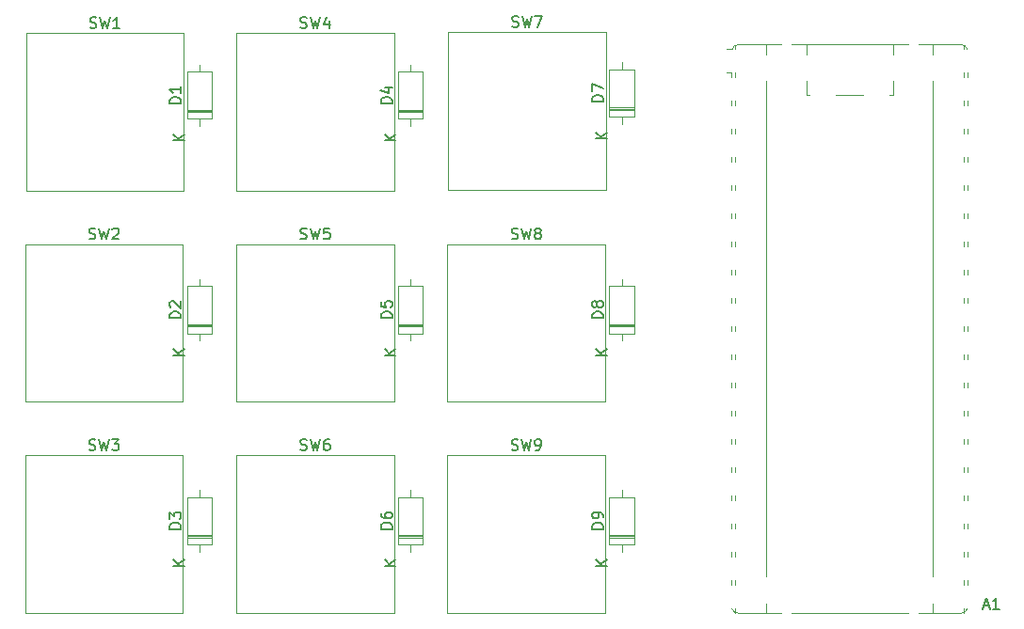
<source format=gbr>
%TF.GenerationSoftware,KiCad,Pcbnew,9.0.2*%
%TF.CreationDate,2025-05-16T17:45:02-05:00*%
%TF.ProjectId,main,6d61696e-2e6b-4696-9361-645f70636258,rev?*%
%TF.SameCoordinates,Original*%
%TF.FileFunction,Legend,Top*%
%TF.FilePolarity,Positive*%
%FSLAX46Y46*%
G04 Gerber Fmt 4.6, Leading zero omitted, Abs format (unit mm)*
G04 Created by KiCad (PCBNEW 9.0.2) date 2025-05-16 17:45:02*
%MOMM*%
%LPD*%
G01*
G04 APERTURE LIST*
%ADD10C,0.150000*%
%ADD11C,0.120000*%
G04 APERTURE END LIST*
D10*
X201036660Y-109471604D02*
X201512850Y-109471604D01*
X200941422Y-109757319D02*
X201274755Y-108757319D01*
X201274755Y-108757319D02*
X201608088Y-109757319D01*
X202465231Y-109757319D02*
X201893803Y-109757319D01*
X202179517Y-109757319D02*
X202179517Y-108757319D01*
X202179517Y-108757319D02*
X202084279Y-108900176D01*
X202084279Y-108900176D02*
X201989041Y-108995414D01*
X201989041Y-108995414D02*
X201893803Y-109043033D01*
X158586667Y-95407200D02*
X158729524Y-95454819D01*
X158729524Y-95454819D02*
X158967619Y-95454819D01*
X158967619Y-95454819D02*
X159062857Y-95407200D01*
X159062857Y-95407200D02*
X159110476Y-95359580D01*
X159110476Y-95359580D02*
X159158095Y-95264342D01*
X159158095Y-95264342D02*
X159158095Y-95169104D01*
X159158095Y-95169104D02*
X159110476Y-95073866D01*
X159110476Y-95073866D02*
X159062857Y-95026247D01*
X159062857Y-95026247D02*
X158967619Y-94978628D01*
X158967619Y-94978628D02*
X158777143Y-94931009D01*
X158777143Y-94931009D02*
X158681905Y-94883390D01*
X158681905Y-94883390D02*
X158634286Y-94835771D01*
X158634286Y-94835771D02*
X158586667Y-94740533D01*
X158586667Y-94740533D02*
X158586667Y-94645295D01*
X158586667Y-94645295D02*
X158634286Y-94550057D01*
X158634286Y-94550057D02*
X158681905Y-94502438D01*
X158681905Y-94502438D02*
X158777143Y-94454819D01*
X158777143Y-94454819D02*
X159015238Y-94454819D01*
X159015238Y-94454819D02*
X159158095Y-94502438D01*
X159491429Y-94454819D02*
X159729524Y-95454819D01*
X159729524Y-95454819D02*
X159920000Y-94740533D01*
X159920000Y-94740533D02*
X160110476Y-95454819D01*
X160110476Y-95454819D02*
X160348572Y-94454819D01*
X160777143Y-95454819D02*
X160967619Y-95454819D01*
X160967619Y-95454819D02*
X161062857Y-95407200D01*
X161062857Y-95407200D02*
X161110476Y-95359580D01*
X161110476Y-95359580D02*
X161205714Y-95216723D01*
X161205714Y-95216723D02*
X161253333Y-95026247D01*
X161253333Y-95026247D02*
X161253333Y-94645295D01*
X161253333Y-94645295D02*
X161205714Y-94550057D01*
X161205714Y-94550057D02*
X161158095Y-94502438D01*
X161158095Y-94502438D02*
X161062857Y-94454819D01*
X161062857Y-94454819D02*
X160872381Y-94454819D01*
X160872381Y-94454819D02*
X160777143Y-94502438D01*
X160777143Y-94502438D02*
X160729524Y-94550057D01*
X160729524Y-94550057D02*
X160681905Y-94645295D01*
X160681905Y-94645295D02*
X160681905Y-94883390D01*
X160681905Y-94883390D02*
X160729524Y-94978628D01*
X160729524Y-94978628D02*
X160777143Y-95026247D01*
X160777143Y-95026247D02*
X160872381Y-95073866D01*
X160872381Y-95073866D02*
X161062857Y-95073866D01*
X161062857Y-95073866D02*
X161158095Y-95026247D01*
X161158095Y-95026247D02*
X161205714Y-94978628D01*
X161205714Y-94978628D02*
X161253333Y-94883390D01*
X158586667Y-76407200D02*
X158729524Y-76454819D01*
X158729524Y-76454819D02*
X158967619Y-76454819D01*
X158967619Y-76454819D02*
X159062857Y-76407200D01*
X159062857Y-76407200D02*
X159110476Y-76359580D01*
X159110476Y-76359580D02*
X159158095Y-76264342D01*
X159158095Y-76264342D02*
X159158095Y-76169104D01*
X159158095Y-76169104D02*
X159110476Y-76073866D01*
X159110476Y-76073866D02*
X159062857Y-76026247D01*
X159062857Y-76026247D02*
X158967619Y-75978628D01*
X158967619Y-75978628D02*
X158777143Y-75931009D01*
X158777143Y-75931009D02*
X158681905Y-75883390D01*
X158681905Y-75883390D02*
X158634286Y-75835771D01*
X158634286Y-75835771D02*
X158586667Y-75740533D01*
X158586667Y-75740533D02*
X158586667Y-75645295D01*
X158586667Y-75645295D02*
X158634286Y-75550057D01*
X158634286Y-75550057D02*
X158681905Y-75502438D01*
X158681905Y-75502438D02*
X158777143Y-75454819D01*
X158777143Y-75454819D02*
X159015238Y-75454819D01*
X159015238Y-75454819D02*
X159158095Y-75502438D01*
X159491429Y-75454819D02*
X159729524Y-76454819D01*
X159729524Y-76454819D02*
X159920000Y-75740533D01*
X159920000Y-75740533D02*
X160110476Y-76454819D01*
X160110476Y-76454819D02*
X160348572Y-75454819D01*
X160872381Y-75883390D02*
X160777143Y-75835771D01*
X160777143Y-75835771D02*
X160729524Y-75788152D01*
X160729524Y-75788152D02*
X160681905Y-75692914D01*
X160681905Y-75692914D02*
X160681905Y-75645295D01*
X160681905Y-75645295D02*
X160729524Y-75550057D01*
X160729524Y-75550057D02*
X160777143Y-75502438D01*
X160777143Y-75502438D02*
X160872381Y-75454819D01*
X160872381Y-75454819D02*
X161062857Y-75454819D01*
X161062857Y-75454819D02*
X161158095Y-75502438D01*
X161158095Y-75502438D02*
X161205714Y-75550057D01*
X161205714Y-75550057D02*
X161253333Y-75645295D01*
X161253333Y-75645295D02*
X161253333Y-75692914D01*
X161253333Y-75692914D02*
X161205714Y-75788152D01*
X161205714Y-75788152D02*
X161158095Y-75835771D01*
X161158095Y-75835771D02*
X161062857Y-75883390D01*
X161062857Y-75883390D02*
X160872381Y-75883390D01*
X160872381Y-75883390D02*
X160777143Y-75931009D01*
X160777143Y-75931009D02*
X160729524Y-75978628D01*
X160729524Y-75978628D02*
X160681905Y-76073866D01*
X160681905Y-76073866D02*
X160681905Y-76264342D01*
X160681905Y-76264342D02*
X160729524Y-76359580D01*
X160729524Y-76359580D02*
X160777143Y-76407200D01*
X160777143Y-76407200D02*
X160872381Y-76454819D01*
X160872381Y-76454819D02*
X161062857Y-76454819D01*
X161062857Y-76454819D02*
X161158095Y-76407200D01*
X161158095Y-76407200D02*
X161205714Y-76359580D01*
X161205714Y-76359580D02*
X161253333Y-76264342D01*
X161253333Y-76264342D02*
X161253333Y-76073866D01*
X161253333Y-76073866D02*
X161205714Y-75978628D01*
X161205714Y-75978628D02*
X161158095Y-75931009D01*
X161158095Y-75931009D02*
X161062857Y-75883390D01*
X158626667Y-57307200D02*
X158769524Y-57354819D01*
X158769524Y-57354819D02*
X159007619Y-57354819D01*
X159007619Y-57354819D02*
X159102857Y-57307200D01*
X159102857Y-57307200D02*
X159150476Y-57259580D01*
X159150476Y-57259580D02*
X159198095Y-57164342D01*
X159198095Y-57164342D02*
X159198095Y-57069104D01*
X159198095Y-57069104D02*
X159150476Y-56973866D01*
X159150476Y-56973866D02*
X159102857Y-56926247D01*
X159102857Y-56926247D02*
X159007619Y-56878628D01*
X159007619Y-56878628D02*
X158817143Y-56831009D01*
X158817143Y-56831009D02*
X158721905Y-56783390D01*
X158721905Y-56783390D02*
X158674286Y-56735771D01*
X158674286Y-56735771D02*
X158626667Y-56640533D01*
X158626667Y-56640533D02*
X158626667Y-56545295D01*
X158626667Y-56545295D02*
X158674286Y-56450057D01*
X158674286Y-56450057D02*
X158721905Y-56402438D01*
X158721905Y-56402438D02*
X158817143Y-56354819D01*
X158817143Y-56354819D02*
X159055238Y-56354819D01*
X159055238Y-56354819D02*
X159198095Y-56402438D01*
X159531429Y-56354819D02*
X159769524Y-57354819D01*
X159769524Y-57354819D02*
X159960000Y-56640533D01*
X159960000Y-56640533D02*
X160150476Y-57354819D01*
X160150476Y-57354819D02*
X160388572Y-56354819D01*
X160674286Y-56354819D02*
X161340952Y-56354819D01*
X161340952Y-56354819D02*
X160912381Y-57354819D01*
X139586667Y-95407200D02*
X139729524Y-95454819D01*
X139729524Y-95454819D02*
X139967619Y-95454819D01*
X139967619Y-95454819D02*
X140062857Y-95407200D01*
X140062857Y-95407200D02*
X140110476Y-95359580D01*
X140110476Y-95359580D02*
X140158095Y-95264342D01*
X140158095Y-95264342D02*
X140158095Y-95169104D01*
X140158095Y-95169104D02*
X140110476Y-95073866D01*
X140110476Y-95073866D02*
X140062857Y-95026247D01*
X140062857Y-95026247D02*
X139967619Y-94978628D01*
X139967619Y-94978628D02*
X139777143Y-94931009D01*
X139777143Y-94931009D02*
X139681905Y-94883390D01*
X139681905Y-94883390D02*
X139634286Y-94835771D01*
X139634286Y-94835771D02*
X139586667Y-94740533D01*
X139586667Y-94740533D02*
X139586667Y-94645295D01*
X139586667Y-94645295D02*
X139634286Y-94550057D01*
X139634286Y-94550057D02*
X139681905Y-94502438D01*
X139681905Y-94502438D02*
X139777143Y-94454819D01*
X139777143Y-94454819D02*
X140015238Y-94454819D01*
X140015238Y-94454819D02*
X140158095Y-94502438D01*
X140491429Y-94454819D02*
X140729524Y-95454819D01*
X140729524Y-95454819D02*
X140920000Y-94740533D01*
X140920000Y-94740533D02*
X141110476Y-95454819D01*
X141110476Y-95454819D02*
X141348572Y-94454819D01*
X142158095Y-94454819D02*
X141967619Y-94454819D01*
X141967619Y-94454819D02*
X141872381Y-94502438D01*
X141872381Y-94502438D02*
X141824762Y-94550057D01*
X141824762Y-94550057D02*
X141729524Y-94692914D01*
X141729524Y-94692914D02*
X141681905Y-94883390D01*
X141681905Y-94883390D02*
X141681905Y-95264342D01*
X141681905Y-95264342D02*
X141729524Y-95359580D01*
X141729524Y-95359580D02*
X141777143Y-95407200D01*
X141777143Y-95407200D02*
X141872381Y-95454819D01*
X141872381Y-95454819D02*
X142062857Y-95454819D01*
X142062857Y-95454819D02*
X142158095Y-95407200D01*
X142158095Y-95407200D02*
X142205714Y-95359580D01*
X142205714Y-95359580D02*
X142253333Y-95264342D01*
X142253333Y-95264342D02*
X142253333Y-95026247D01*
X142253333Y-95026247D02*
X142205714Y-94931009D01*
X142205714Y-94931009D02*
X142158095Y-94883390D01*
X142158095Y-94883390D02*
X142062857Y-94835771D01*
X142062857Y-94835771D02*
X141872381Y-94835771D01*
X141872381Y-94835771D02*
X141777143Y-94883390D01*
X141777143Y-94883390D02*
X141729524Y-94931009D01*
X141729524Y-94931009D02*
X141681905Y-95026247D01*
X139586667Y-76407200D02*
X139729524Y-76454819D01*
X139729524Y-76454819D02*
X139967619Y-76454819D01*
X139967619Y-76454819D02*
X140062857Y-76407200D01*
X140062857Y-76407200D02*
X140110476Y-76359580D01*
X140110476Y-76359580D02*
X140158095Y-76264342D01*
X140158095Y-76264342D02*
X140158095Y-76169104D01*
X140158095Y-76169104D02*
X140110476Y-76073866D01*
X140110476Y-76073866D02*
X140062857Y-76026247D01*
X140062857Y-76026247D02*
X139967619Y-75978628D01*
X139967619Y-75978628D02*
X139777143Y-75931009D01*
X139777143Y-75931009D02*
X139681905Y-75883390D01*
X139681905Y-75883390D02*
X139634286Y-75835771D01*
X139634286Y-75835771D02*
X139586667Y-75740533D01*
X139586667Y-75740533D02*
X139586667Y-75645295D01*
X139586667Y-75645295D02*
X139634286Y-75550057D01*
X139634286Y-75550057D02*
X139681905Y-75502438D01*
X139681905Y-75502438D02*
X139777143Y-75454819D01*
X139777143Y-75454819D02*
X140015238Y-75454819D01*
X140015238Y-75454819D02*
X140158095Y-75502438D01*
X140491429Y-75454819D02*
X140729524Y-76454819D01*
X140729524Y-76454819D02*
X140920000Y-75740533D01*
X140920000Y-75740533D02*
X141110476Y-76454819D01*
X141110476Y-76454819D02*
X141348572Y-75454819D01*
X142205714Y-75454819D02*
X141729524Y-75454819D01*
X141729524Y-75454819D02*
X141681905Y-75931009D01*
X141681905Y-75931009D02*
X141729524Y-75883390D01*
X141729524Y-75883390D02*
X141824762Y-75835771D01*
X141824762Y-75835771D02*
X142062857Y-75835771D01*
X142062857Y-75835771D02*
X142158095Y-75883390D01*
X142158095Y-75883390D02*
X142205714Y-75931009D01*
X142205714Y-75931009D02*
X142253333Y-76026247D01*
X142253333Y-76026247D02*
X142253333Y-76264342D01*
X142253333Y-76264342D02*
X142205714Y-76359580D01*
X142205714Y-76359580D02*
X142158095Y-76407200D01*
X142158095Y-76407200D02*
X142062857Y-76454819D01*
X142062857Y-76454819D02*
X141824762Y-76454819D01*
X141824762Y-76454819D02*
X141729524Y-76407200D01*
X141729524Y-76407200D02*
X141681905Y-76359580D01*
X139586667Y-57407200D02*
X139729524Y-57454819D01*
X139729524Y-57454819D02*
X139967619Y-57454819D01*
X139967619Y-57454819D02*
X140062857Y-57407200D01*
X140062857Y-57407200D02*
X140110476Y-57359580D01*
X140110476Y-57359580D02*
X140158095Y-57264342D01*
X140158095Y-57264342D02*
X140158095Y-57169104D01*
X140158095Y-57169104D02*
X140110476Y-57073866D01*
X140110476Y-57073866D02*
X140062857Y-57026247D01*
X140062857Y-57026247D02*
X139967619Y-56978628D01*
X139967619Y-56978628D02*
X139777143Y-56931009D01*
X139777143Y-56931009D02*
X139681905Y-56883390D01*
X139681905Y-56883390D02*
X139634286Y-56835771D01*
X139634286Y-56835771D02*
X139586667Y-56740533D01*
X139586667Y-56740533D02*
X139586667Y-56645295D01*
X139586667Y-56645295D02*
X139634286Y-56550057D01*
X139634286Y-56550057D02*
X139681905Y-56502438D01*
X139681905Y-56502438D02*
X139777143Y-56454819D01*
X139777143Y-56454819D02*
X140015238Y-56454819D01*
X140015238Y-56454819D02*
X140158095Y-56502438D01*
X140491429Y-56454819D02*
X140729524Y-57454819D01*
X140729524Y-57454819D02*
X140920000Y-56740533D01*
X140920000Y-56740533D02*
X141110476Y-57454819D01*
X141110476Y-57454819D02*
X141348572Y-56454819D01*
X142158095Y-56788152D02*
X142158095Y-57454819D01*
X141920000Y-56407200D02*
X141681905Y-57121485D01*
X141681905Y-57121485D02*
X142300952Y-57121485D01*
X120586667Y-95407200D02*
X120729524Y-95454819D01*
X120729524Y-95454819D02*
X120967619Y-95454819D01*
X120967619Y-95454819D02*
X121062857Y-95407200D01*
X121062857Y-95407200D02*
X121110476Y-95359580D01*
X121110476Y-95359580D02*
X121158095Y-95264342D01*
X121158095Y-95264342D02*
X121158095Y-95169104D01*
X121158095Y-95169104D02*
X121110476Y-95073866D01*
X121110476Y-95073866D02*
X121062857Y-95026247D01*
X121062857Y-95026247D02*
X120967619Y-94978628D01*
X120967619Y-94978628D02*
X120777143Y-94931009D01*
X120777143Y-94931009D02*
X120681905Y-94883390D01*
X120681905Y-94883390D02*
X120634286Y-94835771D01*
X120634286Y-94835771D02*
X120586667Y-94740533D01*
X120586667Y-94740533D02*
X120586667Y-94645295D01*
X120586667Y-94645295D02*
X120634286Y-94550057D01*
X120634286Y-94550057D02*
X120681905Y-94502438D01*
X120681905Y-94502438D02*
X120777143Y-94454819D01*
X120777143Y-94454819D02*
X121015238Y-94454819D01*
X121015238Y-94454819D02*
X121158095Y-94502438D01*
X121491429Y-94454819D02*
X121729524Y-95454819D01*
X121729524Y-95454819D02*
X121920000Y-94740533D01*
X121920000Y-94740533D02*
X122110476Y-95454819D01*
X122110476Y-95454819D02*
X122348572Y-94454819D01*
X122634286Y-94454819D02*
X123253333Y-94454819D01*
X123253333Y-94454819D02*
X122920000Y-94835771D01*
X122920000Y-94835771D02*
X123062857Y-94835771D01*
X123062857Y-94835771D02*
X123158095Y-94883390D01*
X123158095Y-94883390D02*
X123205714Y-94931009D01*
X123205714Y-94931009D02*
X123253333Y-95026247D01*
X123253333Y-95026247D02*
X123253333Y-95264342D01*
X123253333Y-95264342D02*
X123205714Y-95359580D01*
X123205714Y-95359580D02*
X123158095Y-95407200D01*
X123158095Y-95407200D02*
X123062857Y-95454819D01*
X123062857Y-95454819D02*
X122777143Y-95454819D01*
X122777143Y-95454819D02*
X122681905Y-95407200D01*
X122681905Y-95407200D02*
X122634286Y-95359580D01*
X120586667Y-76407200D02*
X120729524Y-76454819D01*
X120729524Y-76454819D02*
X120967619Y-76454819D01*
X120967619Y-76454819D02*
X121062857Y-76407200D01*
X121062857Y-76407200D02*
X121110476Y-76359580D01*
X121110476Y-76359580D02*
X121158095Y-76264342D01*
X121158095Y-76264342D02*
X121158095Y-76169104D01*
X121158095Y-76169104D02*
X121110476Y-76073866D01*
X121110476Y-76073866D02*
X121062857Y-76026247D01*
X121062857Y-76026247D02*
X120967619Y-75978628D01*
X120967619Y-75978628D02*
X120777143Y-75931009D01*
X120777143Y-75931009D02*
X120681905Y-75883390D01*
X120681905Y-75883390D02*
X120634286Y-75835771D01*
X120634286Y-75835771D02*
X120586667Y-75740533D01*
X120586667Y-75740533D02*
X120586667Y-75645295D01*
X120586667Y-75645295D02*
X120634286Y-75550057D01*
X120634286Y-75550057D02*
X120681905Y-75502438D01*
X120681905Y-75502438D02*
X120777143Y-75454819D01*
X120777143Y-75454819D02*
X121015238Y-75454819D01*
X121015238Y-75454819D02*
X121158095Y-75502438D01*
X121491429Y-75454819D02*
X121729524Y-76454819D01*
X121729524Y-76454819D02*
X121920000Y-75740533D01*
X121920000Y-75740533D02*
X122110476Y-76454819D01*
X122110476Y-76454819D02*
X122348572Y-75454819D01*
X122681905Y-75550057D02*
X122729524Y-75502438D01*
X122729524Y-75502438D02*
X122824762Y-75454819D01*
X122824762Y-75454819D02*
X123062857Y-75454819D01*
X123062857Y-75454819D02*
X123158095Y-75502438D01*
X123158095Y-75502438D02*
X123205714Y-75550057D01*
X123205714Y-75550057D02*
X123253333Y-75645295D01*
X123253333Y-75645295D02*
X123253333Y-75740533D01*
X123253333Y-75740533D02*
X123205714Y-75883390D01*
X123205714Y-75883390D02*
X122634286Y-76454819D01*
X122634286Y-76454819D02*
X123253333Y-76454819D01*
X120666667Y-57407200D02*
X120809524Y-57454819D01*
X120809524Y-57454819D02*
X121047619Y-57454819D01*
X121047619Y-57454819D02*
X121142857Y-57407200D01*
X121142857Y-57407200D02*
X121190476Y-57359580D01*
X121190476Y-57359580D02*
X121238095Y-57264342D01*
X121238095Y-57264342D02*
X121238095Y-57169104D01*
X121238095Y-57169104D02*
X121190476Y-57073866D01*
X121190476Y-57073866D02*
X121142857Y-57026247D01*
X121142857Y-57026247D02*
X121047619Y-56978628D01*
X121047619Y-56978628D02*
X120857143Y-56931009D01*
X120857143Y-56931009D02*
X120761905Y-56883390D01*
X120761905Y-56883390D02*
X120714286Y-56835771D01*
X120714286Y-56835771D02*
X120666667Y-56740533D01*
X120666667Y-56740533D02*
X120666667Y-56645295D01*
X120666667Y-56645295D02*
X120714286Y-56550057D01*
X120714286Y-56550057D02*
X120761905Y-56502438D01*
X120761905Y-56502438D02*
X120857143Y-56454819D01*
X120857143Y-56454819D02*
X121095238Y-56454819D01*
X121095238Y-56454819D02*
X121238095Y-56502438D01*
X121571429Y-56454819D02*
X121809524Y-57454819D01*
X121809524Y-57454819D02*
X122000000Y-56740533D01*
X122000000Y-56740533D02*
X122190476Y-57454819D01*
X122190476Y-57454819D02*
X122428572Y-56454819D01*
X123333333Y-57454819D02*
X122761905Y-57454819D01*
X123047619Y-57454819D02*
X123047619Y-56454819D01*
X123047619Y-56454819D02*
X122952381Y-56597676D01*
X122952381Y-56597676D02*
X122857143Y-56692914D01*
X122857143Y-56692914D02*
X122761905Y-56740533D01*
X166834819Y-64048094D02*
X165834819Y-64048094D01*
X165834819Y-64048094D02*
X165834819Y-63809999D01*
X165834819Y-63809999D02*
X165882438Y-63667142D01*
X165882438Y-63667142D02*
X165977676Y-63571904D01*
X165977676Y-63571904D02*
X166072914Y-63524285D01*
X166072914Y-63524285D02*
X166263390Y-63476666D01*
X166263390Y-63476666D02*
X166406247Y-63476666D01*
X166406247Y-63476666D02*
X166596723Y-63524285D01*
X166596723Y-63524285D02*
X166691961Y-63571904D01*
X166691961Y-63571904D02*
X166787200Y-63667142D01*
X166787200Y-63667142D02*
X166834819Y-63809999D01*
X166834819Y-63809999D02*
X166834819Y-64048094D01*
X165834819Y-63143332D02*
X165834819Y-62476666D01*
X165834819Y-62476666D02*
X166834819Y-62905237D01*
X167154819Y-67381904D02*
X166154819Y-67381904D01*
X167154819Y-66810476D02*
X166583390Y-67239047D01*
X166154819Y-66810476D02*
X166726247Y-67381904D01*
X147834819Y-64238094D02*
X146834819Y-64238094D01*
X146834819Y-64238094D02*
X146834819Y-63999999D01*
X146834819Y-63999999D02*
X146882438Y-63857142D01*
X146882438Y-63857142D02*
X146977676Y-63761904D01*
X146977676Y-63761904D02*
X147072914Y-63714285D01*
X147072914Y-63714285D02*
X147263390Y-63666666D01*
X147263390Y-63666666D02*
X147406247Y-63666666D01*
X147406247Y-63666666D02*
X147596723Y-63714285D01*
X147596723Y-63714285D02*
X147691961Y-63761904D01*
X147691961Y-63761904D02*
X147787200Y-63857142D01*
X147787200Y-63857142D02*
X147834819Y-63999999D01*
X147834819Y-63999999D02*
X147834819Y-64238094D01*
X147168152Y-62809523D02*
X147834819Y-62809523D01*
X146787200Y-63047618D02*
X147501485Y-63285713D01*
X147501485Y-63285713D02*
X147501485Y-62666666D01*
X148154819Y-67571904D02*
X147154819Y-67571904D01*
X148154819Y-67000476D02*
X147583390Y-67429047D01*
X147154819Y-67000476D02*
X147726247Y-67571904D01*
X128834819Y-64238094D02*
X127834819Y-64238094D01*
X127834819Y-64238094D02*
X127834819Y-63999999D01*
X127834819Y-63999999D02*
X127882438Y-63857142D01*
X127882438Y-63857142D02*
X127977676Y-63761904D01*
X127977676Y-63761904D02*
X128072914Y-63714285D01*
X128072914Y-63714285D02*
X128263390Y-63666666D01*
X128263390Y-63666666D02*
X128406247Y-63666666D01*
X128406247Y-63666666D02*
X128596723Y-63714285D01*
X128596723Y-63714285D02*
X128691961Y-63761904D01*
X128691961Y-63761904D02*
X128787200Y-63857142D01*
X128787200Y-63857142D02*
X128834819Y-63999999D01*
X128834819Y-63999999D02*
X128834819Y-64238094D01*
X128834819Y-62714285D02*
X128834819Y-63285713D01*
X128834819Y-62999999D02*
X127834819Y-62999999D01*
X127834819Y-62999999D02*
X127977676Y-63095237D01*
X127977676Y-63095237D02*
X128072914Y-63190475D01*
X128072914Y-63190475D02*
X128120533Y-63285713D01*
X129154819Y-67571904D02*
X128154819Y-67571904D01*
X129154819Y-67000476D02*
X128583390Y-67429047D01*
X128154819Y-67000476D02*
X128726247Y-67571904D01*
X128834819Y-83548094D02*
X127834819Y-83548094D01*
X127834819Y-83548094D02*
X127834819Y-83309999D01*
X127834819Y-83309999D02*
X127882438Y-83167142D01*
X127882438Y-83167142D02*
X127977676Y-83071904D01*
X127977676Y-83071904D02*
X128072914Y-83024285D01*
X128072914Y-83024285D02*
X128263390Y-82976666D01*
X128263390Y-82976666D02*
X128406247Y-82976666D01*
X128406247Y-82976666D02*
X128596723Y-83024285D01*
X128596723Y-83024285D02*
X128691961Y-83071904D01*
X128691961Y-83071904D02*
X128787200Y-83167142D01*
X128787200Y-83167142D02*
X128834819Y-83309999D01*
X128834819Y-83309999D02*
X128834819Y-83548094D01*
X127930057Y-82595713D02*
X127882438Y-82548094D01*
X127882438Y-82548094D02*
X127834819Y-82452856D01*
X127834819Y-82452856D02*
X127834819Y-82214761D01*
X127834819Y-82214761D02*
X127882438Y-82119523D01*
X127882438Y-82119523D02*
X127930057Y-82071904D01*
X127930057Y-82071904D02*
X128025295Y-82024285D01*
X128025295Y-82024285D02*
X128120533Y-82024285D01*
X128120533Y-82024285D02*
X128263390Y-82071904D01*
X128263390Y-82071904D02*
X128834819Y-82643332D01*
X128834819Y-82643332D02*
X128834819Y-82024285D01*
X129154819Y-86881904D02*
X128154819Y-86881904D01*
X129154819Y-86310476D02*
X128583390Y-86739047D01*
X128154819Y-86310476D02*
X128726247Y-86881904D01*
X147834819Y-83548094D02*
X146834819Y-83548094D01*
X146834819Y-83548094D02*
X146834819Y-83309999D01*
X146834819Y-83309999D02*
X146882438Y-83167142D01*
X146882438Y-83167142D02*
X146977676Y-83071904D01*
X146977676Y-83071904D02*
X147072914Y-83024285D01*
X147072914Y-83024285D02*
X147263390Y-82976666D01*
X147263390Y-82976666D02*
X147406247Y-82976666D01*
X147406247Y-82976666D02*
X147596723Y-83024285D01*
X147596723Y-83024285D02*
X147691961Y-83071904D01*
X147691961Y-83071904D02*
X147787200Y-83167142D01*
X147787200Y-83167142D02*
X147834819Y-83309999D01*
X147834819Y-83309999D02*
X147834819Y-83548094D01*
X146834819Y-82071904D02*
X146834819Y-82548094D01*
X146834819Y-82548094D02*
X147311009Y-82595713D01*
X147311009Y-82595713D02*
X147263390Y-82548094D01*
X147263390Y-82548094D02*
X147215771Y-82452856D01*
X147215771Y-82452856D02*
X147215771Y-82214761D01*
X147215771Y-82214761D02*
X147263390Y-82119523D01*
X147263390Y-82119523D02*
X147311009Y-82071904D01*
X147311009Y-82071904D02*
X147406247Y-82024285D01*
X147406247Y-82024285D02*
X147644342Y-82024285D01*
X147644342Y-82024285D02*
X147739580Y-82071904D01*
X147739580Y-82071904D02*
X147787200Y-82119523D01*
X147787200Y-82119523D02*
X147834819Y-82214761D01*
X147834819Y-82214761D02*
X147834819Y-82452856D01*
X147834819Y-82452856D02*
X147787200Y-82548094D01*
X147787200Y-82548094D02*
X147739580Y-82595713D01*
X148154819Y-86881904D02*
X147154819Y-86881904D01*
X148154819Y-86310476D02*
X147583390Y-86739047D01*
X147154819Y-86310476D02*
X147726247Y-86881904D01*
X166834819Y-102548094D02*
X165834819Y-102548094D01*
X165834819Y-102548094D02*
X165834819Y-102309999D01*
X165834819Y-102309999D02*
X165882438Y-102167142D01*
X165882438Y-102167142D02*
X165977676Y-102071904D01*
X165977676Y-102071904D02*
X166072914Y-102024285D01*
X166072914Y-102024285D02*
X166263390Y-101976666D01*
X166263390Y-101976666D02*
X166406247Y-101976666D01*
X166406247Y-101976666D02*
X166596723Y-102024285D01*
X166596723Y-102024285D02*
X166691961Y-102071904D01*
X166691961Y-102071904D02*
X166787200Y-102167142D01*
X166787200Y-102167142D02*
X166834819Y-102309999D01*
X166834819Y-102309999D02*
X166834819Y-102548094D01*
X166834819Y-101500475D02*
X166834819Y-101309999D01*
X166834819Y-101309999D02*
X166787200Y-101214761D01*
X166787200Y-101214761D02*
X166739580Y-101167142D01*
X166739580Y-101167142D02*
X166596723Y-101071904D01*
X166596723Y-101071904D02*
X166406247Y-101024285D01*
X166406247Y-101024285D02*
X166025295Y-101024285D01*
X166025295Y-101024285D02*
X165930057Y-101071904D01*
X165930057Y-101071904D02*
X165882438Y-101119523D01*
X165882438Y-101119523D02*
X165834819Y-101214761D01*
X165834819Y-101214761D02*
X165834819Y-101405237D01*
X165834819Y-101405237D02*
X165882438Y-101500475D01*
X165882438Y-101500475D02*
X165930057Y-101548094D01*
X165930057Y-101548094D02*
X166025295Y-101595713D01*
X166025295Y-101595713D02*
X166263390Y-101595713D01*
X166263390Y-101595713D02*
X166358628Y-101548094D01*
X166358628Y-101548094D02*
X166406247Y-101500475D01*
X166406247Y-101500475D02*
X166453866Y-101405237D01*
X166453866Y-101405237D02*
X166453866Y-101214761D01*
X166453866Y-101214761D02*
X166406247Y-101119523D01*
X166406247Y-101119523D02*
X166358628Y-101071904D01*
X166358628Y-101071904D02*
X166263390Y-101024285D01*
X167154819Y-105881904D02*
X166154819Y-105881904D01*
X167154819Y-105310476D02*
X166583390Y-105739047D01*
X166154819Y-105310476D02*
X166726247Y-105881904D01*
X128834819Y-102548094D02*
X127834819Y-102548094D01*
X127834819Y-102548094D02*
X127834819Y-102309999D01*
X127834819Y-102309999D02*
X127882438Y-102167142D01*
X127882438Y-102167142D02*
X127977676Y-102071904D01*
X127977676Y-102071904D02*
X128072914Y-102024285D01*
X128072914Y-102024285D02*
X128263390Y-101976666D01*
X128263390Y-101976666D02*
X128406247Y-101976666D01*
X128406247Y-101976666D02*
X128596723Y-102024285D01*
X128596723Y-102024285D02*
X128691961Y-102071904D01*
X128691961Y-102071904D02*
X128787200Y-102167142D01*
X128787200Y-102167142D02*
X128834819Y-102309999D01*
X128834819Y-102309999D02*
X128834819Y-102548094D01*
X127834819Y-101643332D02*
X127834819Y-101024285D01*
X127834819Y-101024285D02*
X128215771Y-101357618D01*
X128215771Y-101357618D02*
X128215771Y-101214761D01*
X128215771Y-101214761D02*
X128263390Y-101119523D01*
X128263390Y-101119523D02*
X128311009Y-101071904D01*
X128311009Y-101071904D02*
X128406247Y-101024285D01*
X128406247Y-101024285D02*
X128644342Y-101024285D01*
X128644342Y-101024285D02*
X128739580Y-101071904D01*
X128739580Y-101071904D02*
X128787200Y-101119523D01*
X128787200Y-101119523D02*
X128834819Y-101214761D01*
X128834819Y-101214761D02*
X128834819Y-101500475D01*
X128834819Y-101500475D02*
X128787200Y-101595713D01*
X128787200Y-101595713D02*
X128739580Y-101643332D01*
X129154819Y-105881904D02*
X128154819Y-105881904D01*
X129154819Y-105310476D02*
X128583390Y-105739047D01*
X128154819Y-105310476D02*
X128726247Y-105881904D01*
X147834819Y-102548094D02*
X146834819Y-102548094D01*
X146834819Y-102548094D02*
X146834819Y-102309999D01*
X146834819Y-102309999D02*
X146882438Y-102167142D01*
X146882438Y-102167142D02*
X146977676Y-102071904D01*
X146977676Y-102071904D02*
X147072914Y-102024285D01*
X147072914Y-102024285D02*
X147263390Y-101976666D01*
X147263390Y-101976666D02*
X147406247Y-101976666D01*
X147406247Y-101976666D02*
X147596723Y-102024285D01*
X147596723Y-102024285D02*
X147691961Y-102071904D01*
X147691961Y-102071904D02*
X147787200Y-102167142D01*
X147787200Y-102167142D02*
X147834819Y-102309999D01*
X147834819Y-102309999D02*
X147834819Y-102548094D01*
X146834819Y-101119523D02*
X146834819Y-101309999D01*
X146834819Y-101309999D02*
X146882438Y-101405237D01*
X146882438Y-101405237D02*
X146930057Y-101452856D01*
X146930057Y-101452856D02*
X147072914Y-101548094D01*
X147072914Y-101548094D02*
X147263390Y-101595713D01*
X147263390Y-101595713D02*
X147644342Y-101595713D01*
X147644342Y-101595713D02*
X147739580Y-101548094D01*
X147739580Y-101548094D02*
X147787200Y-101500475D01*
X147787200Y-101500475D02*
X147834819Y-101405237D01*
X147834819Y-101405237D02*
X147834819Y-101214761D01*
X147834819Y-101214761D02*
X147787200Y-101119523D01*
X147787200Y-101119523D02*
X147739580Y-101071904D01*
X147739580Y-101071904D02*
X147644342Y-101024285D01*
X147644342Y-101024285D02*
X147406247Y-101024285D01*
X147406247Y-101024285D02*
X147311009Y-101071904D01*
X147311009Y-101071904D02*
X147263390Y-101119523D01*
X147263390Y-101119523D02*
X147215771Y-101214761D01*
X147215771Y-101214761D02*
X147215771Y-101405237D01*
X147215771Y-101405237D02*
X147263390Y-101500475D01*
X147263390Y-101500475D02*
X147311009Y-101548094D01*
X147311009Y-101548094D02*
X147406247Y-101595713D01*
X148154819Y-105881904D02*
X147154819Y-105881904D01*
X148154819Y-105310476D02*
X147583390Y-105739047D01*
X147154819Y-105310476D02*
X147726247Y-105881904D01*
X166834819Y-83548094D02*
X165834819Y-83548094D01*
X165834819Y-83548094D02*
X165834819Y-83309999D01*
X165834819Y-83309999D02*
X165882438Y-83167142D01*
X165882438Y-83167142D02*
X165977676Y-83071904D01*
X165977676Y-83071904D02*
X166072914Y-83024285D01*
X166072914Y-83024285D02*
X166263390Y-82976666D01*
X166263390Y-82976666D02*
X166406247Y-82976666D01*
X166406247Y-82976666D02*
X166596723Y-83024285D01*
X166596723Y-83024285D02*
X166691961Y-83071904D01*
X166691961Y-83071904D02*
X166787200Y-83167142D01*
X166787200Y-83167142D02*
X166834819Y-83309999D01*
X166834819Y-83309999D02*
X166834819Y-83548094D01*
X166263390Y-82405237D02*
X166215771Y-82500475D01*
X166215771Y-82500475D02*
X166168152Y-82548094D01*
X166168152Y-82548094D02*
X166072914Y-82595713D01*
X166072914Y-82595713D02*
X166025295Y-82595713D01*
X166025295Y-82595713D02*
X165930057Y-82548094D01*
X165930057Y-82548094D02*
X165882438Y-82500475D01*
X165882438Y-82500475D02*
X165834819Y-82405237D01*
X165834819Y-82405237D02*
X165834819Y-82214761D01*
X165834819Y-82214761D02*
X165882438Y-82119523D01*
X165882438Y-82119523D02*
X165930057Y-82071904D01*
X165930057Y-82071904D02*
X166025295Y-82024285D01*
X166025295Y-82024285D02*
X166072914Y-82024285D01*
X166072914Y-82024285D02*
X166168152Y-82071904D01*
X166168152Y-82071904D02*
X166215771Y-82119523D01*
X166215771Y-82119523D02*
X166263390Y-82214761D01*
X166263390Y-82214761D02*
X166263390Y-82405237D01*
X166263390Y-82405237D02*
X166311009Y-82500475D01*
X166311009Y-82500475D02*
X166358628Y-82548094D01*
X166358628Y-82548094D02*
X166453866Y-82595713D01*
X166453866Y-82595713D02*
X166644342Y-82595713D01*
X166644342Y-82595713D02*
X166739580Y-82548094D01*
X166739580Y-82548094D02*
X166787200Y-82500475D01*
X166787200Y-82500475D02*
X166834819Y-82405237D01*
X166834819Y-82405237D02*
X166834819Y-82214761D01*
X166834819Y-82214761D02*
X166787200Y-82119523D01*
X166787200Y-82119523D02*
X166739580Y-82071904D01*
X166739580Y-82071904D02*
X166644342Y-82024285D01*
X166644342Y-82024285D02*
X166453866Y-82024285D01*
X166453866Y-82024285D02*
X166358628Y-82071904D01*
X166358628Y-82071904D02*
X166311009Y-82119523D01*
X166311009Y-82119523D02*
X166263390Y-82214761D01*
X167154819Y-86881904D02*
X166154819Y-86881904D01*
X167154819Y-86310476D02*
X166583390Y-86739047D01*
X166154819Y-86310476D02*
X166726247Y-86881904D01*
D11*
%TO.C,A1*%
X199579676Y-109727437D02*
G75*
G02*
X199000000Y-110147569I-579676J189837D01*
G01*
X199000000Y-58927500D02*
G75*
G02*
X199579676Y-59347563I0J-610000D01*
G01*
X179000000Y-110147500D02*
G75*
G02*
X178420324Y-109727437I1J610002D01*
G01*
X178420324Y-59347500D02*
G75*
G02*
X179000000Y-58927500I579692J-190051D01*
G01*
X199610000Y-107187500D02*
X199610000Y-107607500D01*
X199610000Y-104647500D02*
X199610000Y-105067500D01*
X199610000Y-102107500D02*
X199610000Y-102527500D01*
X199610000Y-99567500D02*
X199610000Y-99987500D01*
X199610000Y-97027500D02*
X199610000Y-97447500D01*
X199610000Y-94487500D02*
X199610000Y-94907500D01*
X199610000Y-91947500D02*
X199610000Y-92367500D01*
X199610000Y-89407500D02*
X199610000Y-89827500D01*
X199610000Y-86867500D02*
X199610000Y-87287500D01*
X199610000Y-84327500D02*
X199610000Y-84747500D01*
X199610000Y-81787500D02*
X199610000Y-82207500D01*
X199610000Y-79247500D02*
X199610000Y-79667500D01*
X199610000Y-76707500D02*
X199610000Y-77127500D01*
X199610000Y-74167500D02*
X199610000Y-74587500D01*
X199610000Y-71627500D02*
X199610000Y-72047500D01*
X199610000Y-69087500D02*
X199610000Y-69507500D01*
X199610000Y-66547500D02*
X199610000Y-66967500D01*
X199610000Y-64007500D02*
X199610000Y-64427500D01*
X199610000Y-61467500D02*
X199610000Y-61887500D01*
X199270000Y-109727437D02*
X199270000Y-110084500D01*
X199270000Y-107187500D02*
X199270000Y-107607500D01*
X199270000Y-104647500D02*
X199270000Y-105067500D01*
X199270000Y-102107500D02*
X199270000Y-102527500D01*
X199270000Y-99567500D02*
X199270000Y-99987500D01*
X199270000Y-97027500D02*
X199270000Y-97447500D01*
X199270000Y-94487500D02*
X199270000Y-94907500D01*
X199270000Y-91947500D02*
X199270000Y-92367500D01*
X199270000Y-89407500D02*
X199270000Y-89827500D01*
X199270000Y-86867500D02*
X199270000Y-87287500D01*
X199270000Y-84327500D02*
X199270000Y-84747500D01*
X199270000Y-81787500D02*
X199270000Y-82207500D01*
X199270000Y-79247500D02*
X199270000Y-79667500D01*
X199270000Y-76707500D02*
X199270000Y-77127500D01*
X199270000Y-74167500D02*
X199270000Y-74587500D01*
X199270000Y-71627500D02*
X199270000Y-72047500D01*
X199270000Y-69087500D02*
X199270000Y-69507500D01*
X199270000Y-66547500D02*
X199270000Y-66967500D01*
X199270000Y-64007500D02*
X199270000Y-64427500D01*
X199270000Y-61467500D02*
X199270000Y-61887500D01*
X199270000Y-59347563D02*
X199270000Y-58990500D01*
X199000000Y-58927500D02*
X196510000Y-58927500D01*
X196510000Y-109233980D02*
X196510000Y-110147500D01*
X196510000Y-62233980D02*
X196510000Y-106841020D01*
X196510000Y-58927500D02*
X196510000Y-59841020D01*
X195162061Y-110147500D02*
X199000000Y-110147500D01*
X195162061Y-58927500D02*
X196510000Y-58927500D01*
X194237939Y-110147500D02*
X192600000Y-110147500D01*
X193235000Y-58927500D02*
X194237939Y-58927500D01*
X192900000Y-62231500D02*
X192900000Y-63447500D01*
X192900000Y-58927500D02*
X192900000Y-59843500D01*
X192603910Y-63447500D02*
X192900000Y-63447500D01*
X192600000Y-110147500D02*
X185400000Y-110147500D01*
X187753910Y-63447500D02*
X190246090Y-63447500D01*
X185400000Y-110147500D02*
X183762061Y-110147500D01*
X185100000Y-63447500D02*
X185396090Y-63447500D01*
X185100000Y-62231500D02*
X185100000Y-63447500D01*
X185100000Y-58927500D02*
X185100000Y-59843500D01*
X184765000Y-58927500D02*
X193235000Y-58927500D01*
X183762061Y-58927500D02*
X184765000Y-58927500D01*
X181490000Y-109233980D02*
X181490000Y-110147500D01*
X181490000Y-62233980D02*
X181490000Y-106841020D01*
X181490000Y-58927500D02*
X182837940Y-58927500D01*
X181490000Y-58927500D02*
X181490000Y-59841020D01*
X179000000Y-110147500D02*
X182837939Y-110147500D01*
X179000000Y-58927500D02*
X181490000Y-58927500D01*
X178730000Y-109727437D02*
X178730000Y-110084500D01*
X178730000Y-107187500D02*
X178730000Y-107607500D01*
X178730000Y-104647500D02*
X178730000Y-105067500D01*
X178730000Y-102107500D02*
X178730000Y-102527500D01*
X178730000Y-99567500D02*
X178730000Y-99987500D01*
X178730000Y-97027500D02*
X178730000Y-97447500D01*
X178730000Y-94487500D02*
X178730000Y-94907500D01*
X178730000Y-91947500D02*
X178730000Y-92367500D01*
X178730000Y-89407500D02*
X178730000Y-89827500D01*
X178730000Y-86867500D02*
X178730000Y-87287500D01*
X178730000Y-84327500D02*
X178730000Y-84747500D01*
X178730000Y-81787500D02*
X178730000Y-82207500D01*
X178730000Y-79247500D02*
X178730000Y-79667500D01*
X178730000Y-76707500D02*
X178730000Y-77127500D01*
X178730000Y-74167500D02*
X178730000Y-74587500D01*
X178730000Y-71627500D02*
X178730000Y-72047500D01*
X178730000Y-69087500D02*
X178730000Y-69507500D01*
X178730000Y-66547500D02*
X178730000Y-66967500D01*
X178730000Y-64007500D02*
X178730000Y-64427500D01*
X178730000Y-61467500D02*
X178730000Y-61887500D01*
X178730000Y-59347563D02*
X178730000Y-58990500D01*
X178420324Y-59347500D02*
X177910000Y-59347500D01*
X178390000Y-107187500D02*
X178390000Y-107607500D01*
X178390000Y-104647500D02*
X178390000Y-105067500D01*
X178390000Y-102107500D02*
X178390000Y-102527500D01*
X178390000Y-99567500D02*
X178390000Y-99987500D01*
X178390000Y-97027500D02*
X178390000Y-97447500D01*
X178390000Y-94487500D02*
X178390000Y-94907500D01*
X178390000Y-91947500D02*
X178390000Y-92367500D01*
X178390000Y-89407500D02*
X178390000Y-89827500D01*
X178390000Y-86867500D02*
X178390000Y-87287500D01*
X178390000Y-84327500D02*
X178390000Y-84747500D01*
X178390000Y-81787500D02*
X178390000Y-82207500D01*
X178390000Y-79247500D02*
X178390000Y-79667500D01*
X178390000Y-76707500D02*
X178390000Y-77127500D01*
X178390000Y-74167500D02*
X178390000Y-74587500D01*
X178390000Y-71627500D02*
X178390000Y-72047500D01*
X178390000Y-69087500D02*
X178390000Y-69507500D01*
X178390000Y-66547500D02*
X178390000Y-66967500D01*
X178390000Y-64007500D02*
X178390000Y-64427500D01*
X178390000Y-61467500D02*
X178390000Y-61887500D01*
X178390000Y-61467500D02*
X177910000Y-61467500D01*
%TO.C,SW9*%
X167020000Y-95900000D02*
X152820000Y-95900000D01*
X167020000Y-110100000D02*
X167020000Y-95900000D01*
X152820000Y-110100000D02*
X167020000Y-110100000D01*
X152820000Y-95900000D02*
X152820000Y-110100000D01*
%TO.C,SW8*%
X167020000Y-76900000D02*
X152820000Y-76900000D01*
X167020000Y-91100000D02*
X167020000Y-76900000D01*
X152820000Y-91100000D02*
X167020000Y-91100000D01*
X152820000Y-76900000D02*
X152820000Y-91100000D01*
%TO.C,SW7*%
X167060000Y-57800000D02*
X152860000Y-57800000D01*
X167060000Y-72000000D02*
X167060000Y-57800000D01*
X152860000Y-72000000D02*
X167060000Y-72000000D01*
X152860000Y-57800000D02*
X152860000Y-72000000D01*
%TO.C,SW6*%
X148020000Y-95900000D02*
X133820000Y-95900000D01*
X148020000Y-110100000D02*
X148020000Y-95900000D01*
X133820000Y-110100000D02*
X148020000Y-110100000D01*
X133820000Y-95900000D02*
X133820000Y-110100000D01*
%TO.C,SW5*%
X148020000Y-76900000D02*
X133820000Y-76900000D01*
X148020000Y-91100000D02*
X148020000Y-76900000D01*
X133820000Y-91100000D02*
X148020000Y-91100000D01*
X133820000Y-76900000D02*
X133820000Y-91100000D01*
%TO.C,SW4*%
X148020000Y-57900000D02*
X133820000Y-57900000D01*
X148020000Y-72100000D02*
X148020000Y-57900000D01*
X133820000Y-72100000D02*
X148020000Y-72100000D01*
X133820000Y-57900000D02*
X133820000Y-72100000D01*
%TO.C,SW3*%
X129020000Y-95900000D02*
X114820000Y-95900000D01*
X129020000Y-110100000D02*
X129020000Y-95900000D01*
X114820000Y-110100000D02*
X129020000Y-110100000D01*
X114820000Y-95900000D02*
X114820000Y-110100000D01*
%TO.C,SW2*%
X129020000Y-76900000D02*
X114820000Y-76900000D01*
X129020000Y-91100000D02*
X129020000Y-76900000D01*
X114820000Y-91100000D02*
X129020000Y-91100000D01*
X114820000Y-76900000D02*
X114820000Y-91100000D01*
%TO.C,SW1*%
X129100000Y-57900000D02*
X114900000Y-57900000D01*
X129100000Y-72100000D02*
X129100000Y-57900000D01*
X114900000Y-72100000D02*
X129100000Y-72100000D01*
X114900000Y-57900000D02*
X114900000Y-72100000D01*
%TO.C,D7*%
X168500000Y-66080000D02*
X168500000Y-65430000D01*
X167380000Y-64830000D02*
X169620000Y-64830000D01*
X167380000Y-64710000D02*
X169620000Y-64710000D01*
X167380000Y-64590000D02*
X169620000Y-64590000D01*
X168500000Y-60540000D02*
X168500000Y-61190000D01*
X167380000Y-65430000D02*
X169620000Y-65430000D01*
X169620000Y-61190000D01*
X167380000Y-61190000D01*
X167380000Y-65430000D01*
%TO.C,D4*%
X149500000Y-66270000D02*
X149500000Y-65620000D01*
X148380000Y-65020000D02*
X150620000Y-65020000D01*
X148380000Y-64900000D02*
X150620000Y-64900000D01*
X148380000Y-64780000D02*
X150620000Y-64780000D01*
X149500000Y-60730000D02*
X149500000Y-61380000D01*
X148380000Y-65620000D02*
X150620000Y-65620000D01*
X150620000Y-61380000D01*
X148380000Y-61380000D01*
X148380000Y-65620000D01*
%TO.C,D1*%
X130500000Y-66270000D02*
X130500000Y-65620000D01*
X129380000Y-65020000D02*
X131620000Y-65020000D01*
X129380000Y-64900000D02*
X131620000Y-64900000D01*
X129380000Y-64780000D02*
X131620000Y-64780000D01*
X130500000Y-60730000D02*
X130500000Y-61380000D01*
X129380000Y-65620000D02*
X131620000Y-65620000D01*
X131620000Y-61380000D01*
X129380000Y-61380000D01*
X129380000Y-65620000D01*
%TO.C,D2*%
X129380000Y-84930000D02*
X131620000Y-84930000D01*
X131620000Y-80690000D01*
X129380000Y-80690000D01*
X129380000Y-84930000D01*
X130500000Y-80040000D02*
X130500000Y-80690000D01*
X129380000Y-84090000D02*
X131620000Y-84090000D01*
X129380000Y-84210000D02*
X131620000Y-84210000D01*
X129380000Y-84330000D02*
X131620000Y-84330000D01*
X130500000Y-85580000D02*
X130500000Y-84930000D01*
%TO.C,D5*%
X148380000Y-84930000D02*
X150620000Y-84930000D01*
X150620000Y-80690000D01*
X148380000Y-80690000D01*
X148380000Y-84930000D01*
X149500000Y-80040000D02*
X149500000Y-80690000D01*
X148380000Y-84090000D02*
X150620000Y-84090000D01*
X148380000Y-84210000D02*
X150620000Y-84210000D01*
X148380000Y-84330000D02*
X150620000Y-84330000D01*
X149500000Y-85580000D02*
X149500000Y-84930000D01*
%TO.C,D9*%
X167380000Y-103930000D02*
X169620000Y-103930000D01*
X169620000Y-99690000D01*
X167380000Y-99690000D01*
X167380000Y-103930000D01*
X168500000Y-99040000D02*
X168500000Y-99690000D01*
X167380000Y-103090000D02*
X169620000Y-103090000D01*
X167380000Y-103210000D02*
X169620000Y-103210000D01*
X167380000Y-103330000D02*
X169620000Y-103330000D01*
X168500000Y-104580000D02*
X168500000Y-103930000D01*
%TO.C,D3*%
X129380000Y-103930000D02*
X131620000Y-103930000D01*
X131620000Y-99690000D01*
X129380000Y-99690000D01*
X129380000Y-103930000D01*
X130500000Y-99040000D02*
X130500000Y-99690000D01*
X129380000Y-103090000D02*
X131620000Y-103090000D01*
X129380000Y-103210000D02*
X131620000Y-103210000D01*
X129380000Y-103330000D02*
X131620000Y-103330000D01*
X130500000Y-104580000D02*
X130500000Y-103930000D01*
%TO.C,D6*%
X148380000Y-103930000D02*
X150620000Y-103930000D01*
X150620000Y-99690000D01*
X148380000Y-99690000D01*
X148380000Y-103930000D01*
X149500000Y-99040000D02*
X149500000Y-99690000D01*
X148380000Y-103090000D02*
X150620000Y-103090000D01*
X148380000Y-103210000D02*
X150620000Y-103210000D01*
X148380000Y-103330000D02*
X150620000Y-103330000D01*
X149500000Y-104580000D02*
X149500000Y-103930000D01*
%TO.C,D8*%
X167380000Y-84930000D02*
X169620000Y-84930000D01*
X169620000Y-80690000D01*
X167380000Y-80690000D01*
X167380000Y-84930000D01*
X168500000Y-80040000D02*
X168500000Y-80690000D01*
X167380000Y-84090000D02*
X169620000Y-84090000D01*
X167380000Y-84210000D02*
X169620000Y-84210000D01*
X167380000Y-84330000D02*
X169620000Y-84330000D01*
X168500000Y-85580000D02*
X168500000Y-84930000D01*
%TD*%
M02*

</source>
